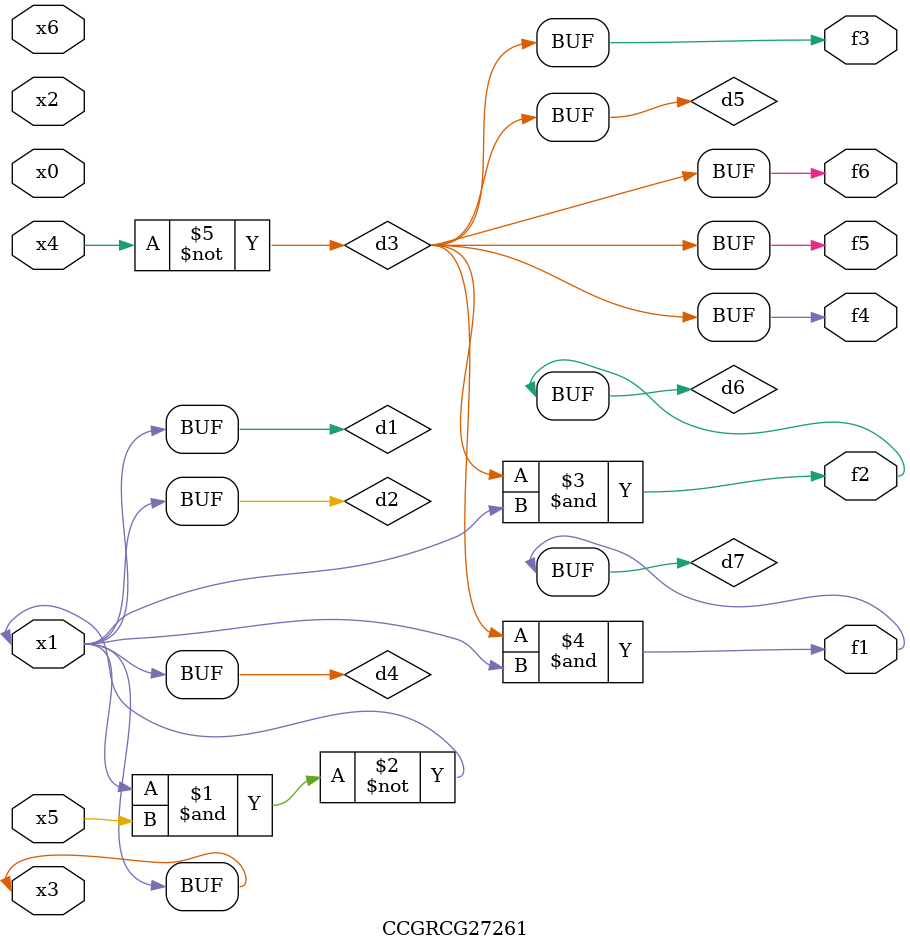
<source format=v>
module CCGRCG27261(
	input x0, x1, x2, x3, x4, x5, x6,
	output f1, f2, f3, f4, f5, f6
);

	wire d1, d2, d3, d4, d5, d6, d7;

	buf (d1, x1, x3);
	nand (d2, x1, x5);
	not (d3, x4);
	buf (d4, d1, d2);
	buf (d5, d3);
	and (d6, d3, d4);
	and (d7, d3, d4);
	assign f1 = d7;
	assign f2 = d6;
	assign f3 = d5;
	assign f4 = d5;
	assign f5 = d5;
	assign f6 = d5;
endmodule

</source>
